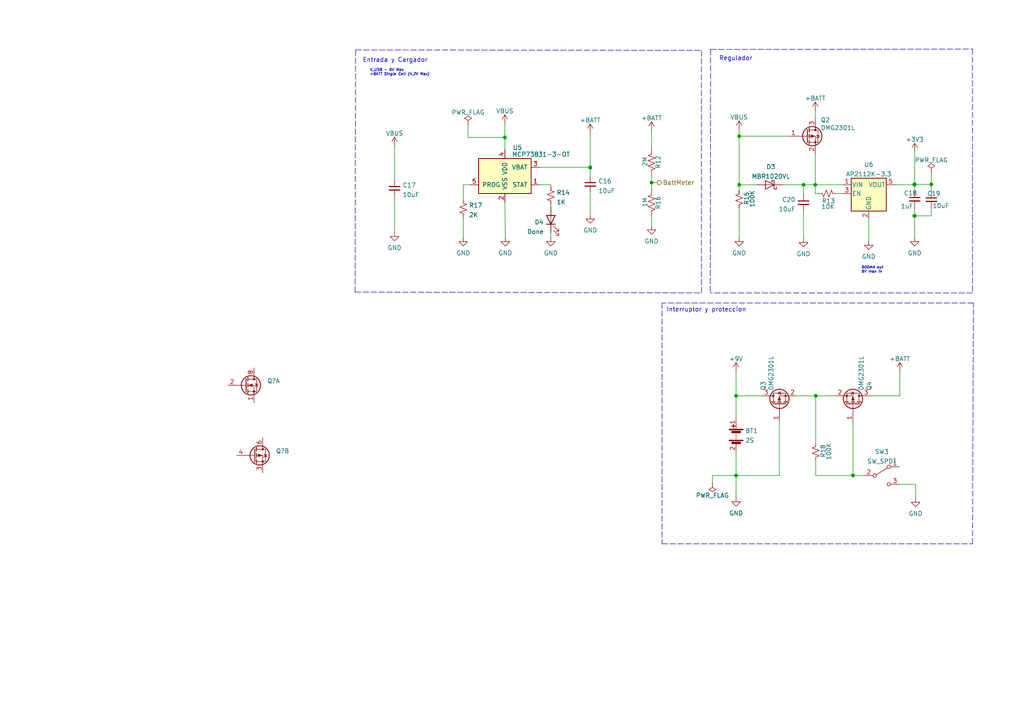
<source format=kicad_sch>
(kicad_sch (version 20211123) (generator eeschema)
  (paper "A4")
  (lib_symbols
    (symbol "Battery_Management:MCP73831-3-OT" (pin_names (offset 1.016))
      (property "Reference" "U" (at -7.62 6.35 0))
      (property "Value" "MCP73831-3-OT" (at 1.27 6.35 0))
      (symbol "MCP73831-3-OT_0_1"
        (rectangle (start -7.62 5.08) (end 7.62 -5.08) (stroke (width 0.254)) (fill (type background)))
      )
      (symbol "MCP73831-3-OT_1_1"
        (pin output line (at 10.16 -2.54 180) (length 2.54) (name "STAT") (number "1"))
        (pin power_in line (at 0 -7.62 90) (length 2.54) (name "VSS") (number "2"))
        (pin power_out line (at 10.16 2.54 180) (length 2.54) (name "VBAT") (number "3"))
        (pin power_in line (at 0 7.62 270) (length 2.54) (name "VDD") (number "4"))
        (pin input line (at -10.16 -2.54 0) (length 2.54) (name "PROG") (number "5"))
      )
    )
    (symbol "Device:Battery" (pin_names (offset 0) hide)
      (property "Reference" "BT" (at 2.54 2.54 0))
      (property "Value" "Battery" (at 2.54 0 0))
      (symbol "Battery_0_1"
        (rectangle (start -2.032 -1.397) (end 2.032 -1.651) (fill (type outline)))
        (rectangle (start -2.032 1.778) (end 2.032 1.524) (fill (type outline)))
        (rectangle (start -1.3208 -1.9812) (end 1.27 -2.4892) (fill (type outline)))
        (rectangle (start -1.3208 1.1938) (end 1.27 0.6858) (fill (type outline)))
        (polyline (pts (xy 0 -1.524) (xy 0 -1.27)))
        (polyline (pts (xy 0 -1.016) (xy 0 -0.762)))
        (polyline (pts (xy 0 -0.508) (xy 0 -0.254)))
        (polyline (pts (xy 0 0) (xy 0 0.254)))
        (polyline (pts (xy 0 0.508) (xy 0 0.762)))
        (polyline (pts (xy 0 1.778) (xy 0 2.54)))
        (polyline (pts (xy 0.254 2.667) (xy 1.27 2.667)) (stroke (width 0.254)))
        (polyline (pts (xy 0.762 3.175) (xy 0.762 2.159)) (stroke (width 0.254)))
      )
      (symbol "Battery_1_1"
        (pin passive line (at 0 5.08 270) (length 2.54) (name "+") (number "1"))
        (pin passive line (at 0 -5.08 90) (length 2.54) (name "-") (number "2"))
      )
    )
    (symbol "Device:C_Small" (pin_numbers hide) (pin_names (offset 0.254) hide)
      (property "Reference" "C" (at 0.254 1.778 0))
      (property "Value" "C_Small" (at 0.254 -2.032 0))
      (symbol "C_Small_0_1"
        (polyline (pts (xy -1.524 -0.508) (xy 1.524 -0.508)) (stroke (width 0.3302)))
        (polyline (pts (xy -1.524 0.508) (xy 1.524 0.508)) (stroke (width 0.3048)))
      )
      (symbol "C_Small_1_1"
        (pin passive line (at 0 2.54 270) (length 2.032) (name "~") (number "1"))
        (pin passive line (at 0 -2.54 90) (length 2.032) (name "~") (number "2"))
      )
    )
    (symbol "Device:LED" (pin_numbers hide) (pin_names (offset 1.016) hide)
      (property "Reference" "D" (at 0 2.54 0))
      (property "Value" "LED" (at 0 -2.54 0))
      (symbol "LED_0_1"
        (polyline (pts (xy -1.27 -1.27) (xy -1.27 1.27)) (stroke (width 0.254)))
        (polyline (pts (xy -1.27 0) (xy 1.27 0)))
        (polyline (pts (xy 1.27 -1.27) (xy 1.27 1.27) (xy -1.27 0) (xy 1.27 -1.27)) (stroke (width 0.254)))
        (polyline (pts (xy -3.048 -0.762) (xy -4.572 -2.286) (xy -3.81 -2.286) (xy -4.572 -2.286) (xy -4.572 -1.524)))
        (polyline (pts (xy -1.778 -0.762) (xy -3.302 -2.286) (xy -2.54 -2.286) (xy -3.302 -2.286) (xy -3.302 -1.524)))
      )
      (symbol "LED_1_1"
        (pin passive line (at -3.81 0 0) (length 2.54) (name "K") (number "1"))
        (pin passive line (at 3.81 0 180) (length 2.54) (name "A") (number "2"))
      )
    )
    (symbol "Device:R_Small_US" (pin_numbers hide) (pin_names (offset 0.254) hide)
      (property "Reference" "R" (at 0.762 0.508 0))
      (property "Value" "R_Small_US" (at 0.762 -1.016 0))
      (symbol "R_Small_US_1_1"
        (polyline (pts (xy 0 0) (xy 1.016 -0.381) (xy 0 -0.762) (xy -1.016 -1.143) (xy 0 -1.524)))
        (polyline (pts (xy 0 1.524) (xy 1.016 1.143) (xy 0 0.762) (xy -1.016 0.381) (xy 0 0)))
        (pin passive line (at 0 2.54 270) (length 1.016) (name "~") (number "1"))
        (pin passive line (at 0 -2.54 90) (length 1.016) (name "~") (number "2"))
      )
    )
    (symbol "Device:R_US" (pin_numbers hide) (pin_names (offset 0))
      (property "Reference" "R" (at 2.54 0 90))
      (property "Value" "R_US" (at -2.54 0 90))
      (symbol "R_US_0_1"
        (polyline (pts (xy 0 -2.286) (xy 0 -2.54)))
        (polyline (pts (xy 0 2.286) (xy 0 2.54)))
        (polyline (pts (xy 0 -0.762) (xy 1.016 -1.143) (xy 0 -1.524) (xy -1.016 -1.905) (xy 0 -2.286)))
        (polyline (pts (xy 0 0.762) (xy 1.016 0.381) (xy 0 0) (xy -1.016 -0.381) (xy 0 -0.762)))
        (polyline (pts (xy 0 2.286) (xy 1.016 1.905) (xy 0 1.524) (xy -1.016 1.143) (xy 0 0.762)))
      )
      (symbol "R_US_1_1"
        (pin passive line (at 0 3.81 270) (length 1.27) (name "~") (number "1"))
        (pin passive line (at 0 -3.81 90) (length 1.27) (name "~") (number "2"))
      )
    )
    (symbol "Diode:MBR1020VL" (pin_numbers hide) (pin_names hide)
      (property "Reference" "D" (at 0 2.54 0))
      (property "Value" "MBR1020VL" (at 0 -2.54 0))
      (symbol "MBR1020VL_0_1"
        (polyline (pts (xy 1.27 0) (xy -1.27 0)))
        (polyline (pts (xy 1.27 1.27) (xy 1.27 -1.27) (xy -1.27 0) (xy 1.27 1.27)) (stroke (width 0.2032)))
        (polyline (pts (xy -1.905 0.635) (xy -1.905 1.27) (xy -1.27 1.27) (xy -1.27 -1.27) (xy -0.635 -1.27) (xy -0.635 -0.635)) (stroke (width 0.2032)))
      )
      (symbol "MBR1020VL_1_1"
        (pin passive line (at -3.81 0 0) (length 2.54) (name "K") (number "1"))
        (pin passive line (at 3.81 0 180) (length 2.54) (name "A") (number "2"))
      )
    )
    (symbol "Regulator_Linear:AP2112K-3.3" (pin_names (offset 0.254))
      (property "Reference" "U" (at -5.08 5.715 0))
      (property "Value" "AP2112K-3.3" (at 0 5.715 0))
      (symbol "AP2112K-3.3_0_1"
        (rectangle (start -5.08 4.445) (end 5.08 -5.08) (stroke (width 0.254)) (fill (type background)))
      )
      (symbol "AP2112K-3.3_1_1"
        (pin power_in line (at -7.62 2.54 0) (length 2.54) (name "VIN") (number "1"))
        (pin power_in line (at 0 -7.62 90) (length 2.54) (name "GND") (number "2"))
        (pin input line (at -7.62 0 0) (length 2.54) (name "EN") (number "3"))
        (pin no_connect line (at 5.08 0 180) (length 2.54) hide (name "NC") (number "4"))
        (pin power_out line (at 7.62 2.54 180) (length 2.54) (name "VOUT") (number "5"))
      )
    )
    (symbol "Switch:SW_SPDT" (pin_names (offset 0) hide)
      (property "Reference" "SW" (at 0 4.318 0))
      (property "Value" "SW_SPDT" (at 0 -5.08 0))
      (symbol "SW_SPDT_0_0"
        (circle (center -2.032 0) (radius 0.508))
        (circle (center 2.032 -2.54) (radius 0.508))
      )
      (symbol "SW_SPDT_0_1"
        (polyline (pts (xy -1.524 0.254) (xy 1.651 2.286)))
        (circle (center 2.032 2.54) (radius 0.508))
      )
      (symbol "SW_SPDT_1_1"
        (pin passive line (at 5.08 2.54 180) (length 2.54) (name "A") (number "1"))
        (pin passive line (at -5.08 0 0) (length 2.54) (name "B") (number "2"))
        (pin passive line (at 5.08 -2.54 180) (length 2.54) (name "C") (number "3"))
      )
    )
    (symbol "Transistor_FET:DMG2301L" (pin_names hide)
      (property "Reference" "Q" (at 5.08 1.905 0))
      (property "Value" "DMG2301L" (at 5.08 0 0))
      (symbol "DMG2301L_0_1"
        (polyline (pts (xy 0.254 0) (xy -2.54 0)))
        (polyline (pts (xy 0.254 1.905) (xy 0.254 -1.905)) (stroke (width 0.254)))
        (polyline (pts (xy 0.762 -1.27) (xy 0.762 -2.286)) (stroke (width 0.254)))
        (polyline (pts (xy 0.762 0.508) (xy 0.762 -0.508)) (stroke (width 0.254)))
        (polyline (pts (xy 0.762 2.286) (xy 0.762 1.27)) (stroke (width 0.254)))
        (polyline (pts (xy 2.54 2.54) (xy 2.54 1.778)))
        (polyline (pts (xy 2.54 -2.54) (xy 2.54 0) (xy 0.762 0)))
        (polyline (pts (xy 0.762 1.778) (xy 3.302 1.778) (xy 3.302 -1.778) (xy 0.762 -1.778)))
        (polyline (pts (xy 2.286 0) (xy 1.27 0.381) (xy 1.27 -0.381) (xy 2.286 0)) (fill (type outline)))
        (polyline (pts (xy 2.794 -0.508) (xy 2.921 -0.381) (xy 3.683 -0.381) (xy 3.81 -0.254)))
        (polyline (pts (xy 3.302 -0.381) (xy 2.921 0.254) (xy 3.683 0.254) (xy 3.302 -0.381)))
        (circle (center 1.651 0) (radius 2.794) (stroke (width 0.254)))
        (circle (center 2.54 -1.778) (radius 0.254) (fill (type outline)))
        (circle (center 2.54 1.778) (radius 0.254) (fill (type outline)))
      )
      (symbol "DMG2301L_1_1"
        (pin input line (at -5.08 0 0) (length 2.54) (name "G") (number "1"))
        (pin passive line (at 2.54 -5.08 90) (length 2.54) (name "S") (number "2"))
        (pin passive line (at 2.54 5.08 270) (length 2.54) (name "D") (number "3"))
      )
    )
    (symbol "Transistor_FET:IRF7343PBF" (pin_names hide)
      (property "Reference" "Q" (at 5.08 1.905 0))
      (property "Value" "IRF7343PBF" (at 5.08 0 0))
      (symbol "IRF7343PBF_0_1"
        (polyline (pts (xy 0.254 0) (xy -2.54 0)))
        (polyline (pts (xy 0.254 1.905) (xy 0.254 -1.905)) (stroke (width 0.254)))
        (polyline (pts (xy 0.762 -1.27) (xy 0.762 -2.286)) (stroke (width 0.254)))
        (polyline (pts (xy 0.762 0.508) (xy 0.762 -0.508)) (stroke (width 0.254)))
        (polyline (pts (xy 0.762 2.286) (xy 0.762 1.27)) (stroke (width 0.254)))
        (polyline (pts (xy 2.54 2.54) (xy 2.54 1.778)))
        (polyline (pts (xy 2.54 -2.54) (xy 2.54 0) (xy 0.762 0)))
        (polyline (pts (xy 0.762 -1.778) (xy 3.302 -1.778) (xy 3.302 1.778) (xy 0.762 1.778)))
        (circle (center 1.651 0) (radius 2.794) (stroke (width 0.254)))
        (circle (center 2.54 -1.778) (radius 0.254) (fill (type outline)))
        (circle (center 2.54 1.778) (radius 0.254) (fill (type outline)))
      )
      (symbol "IRF7343PBF_1_1"
        (polyline (pts (xy 1.016 0) (xy 2.032 0.381) (xy 2.032 -0.381) (xy 1.016 0)) (fill (type outline)))
        (polyline (pts (xy 2.794 0.508) (xy 2.921 0.381) (xy 3.683 0.381) (xy 3.81 0.254)))
        (polyline (pts (xy 3.302 0.381) (xy 2.921 -0.254) (xy 3.683 -0.254) (xy 3.302 0.381)))
        (pin passive line (at 2.54 -5.08 90) (length 2.54) (name "S") (number "1"))
        (pin input line (at -5.08 0 0) (length 2.54) (name "G") (number "2"))
        (pin passive line (at 2.54 5.08 270) (length 2.54) hide (name "D") (number "7"))
        (pin passive line (at 2.54 5.08 270) (length 2.54) (name "D") (number "8"))
      )
      (symbol "IRF7343PBF_2_1"
        (polyline (pts (xy 2.286 0) (xy 1.27 0.381) (xy 1.27 -0.381) (xy 2.286 0)) (fill (type outline)))
        (polyline (pts (xy 2.794 -0.508) (xy 2.921 -0.381) (xy 3.683 -0.381) (xy 3.81 -0.254)))
        (polyline (pts (xy 3.302 -0.381) (xy 2.921 0.254) (xy 3.683 0.254) (xy 3.302 -0.381)))
        (pin passive line (at 2.54 -5.08 90) (length 2.54) (name "1") (number "3"))
        (pin input line (at -5.08 0 0) (length 2.54) (name "G") (number "4"))
        (pin passive line (at 2.54 5.08 270) (length 2.54) hide (name "D") (number "5"))
        (pin passive line (at 2.54 5.08 270) (length 2.54) (name "D") (number "6"))
      )
    )
    (symbol "power:+3.3V" (power) (pin_names (offset 0))
      (property "Value" "+3.3V" (at 0 3.556 0))
      (symbol "+3.3V_0_1"
        (polyline (pts (xy -0.762 1.27) (xy 0 2.54)))
        (polyline (pts (xy 0 0) (xy 0 2.54)))
        (polyline (pts (xy 0 2.54) (xy 0.762 1.27)))
      )
      (symbol "+3.3V_1_1"
        (pin power_in line (at 0 0 90) (length 0) hide (name "+3V3") (number "1"))
      )
    )
    (symbol "power:+9V" (power) (pin_names (offset 0))
      (property "Value" "+9V" (at 0 3.556 0))
      (symbol "+9V_0_1"
        (polyline (pts (xy -0.762 1.27) (xy 0 2.54)))
        (polyline (pts (xy 0 0) (xy 0 2.54)))
        (polyline (pts (xy 0 2.54) (xy 0.762 1.27)))
      )
      (symbol "+9V_1_1"
        (pin power_in line (at 0 0 90) (length 0) hide (name "+9V") (number "1"))
      )
    )
    (symbol "power:+BATT" (power) (pin_names (offset 0))
      (property "Value" "+BATT" (at 0 3.556 0))
      (symbol "+BATT_0_1"
        (polyline (pts (xy -0.762 1.27) (xy 0 2.54)))
        (polyline (pts (xy 0 0) (xy 0 2.54)))
        (polyline (pts (xy 0 2.54) (xy 0.762 1.27)))
      )
      (symbol "+BATT_1_1"
        (pin power_in line (at 0 0 90) (length 0) hide (name "+BATT") (number "1"))
      )
    )
    (symbol "power:GND" (power) (pin_names (offset 0))
      (property "Value" "GND" (at 0 -3.81 0))
      (symbol "GND_0_1"
        (polyline (pts (xy 0 0) (xy 0 -1.27) (xy 1.27 -1.27) (xy 0 -2.54) (xy -1.27 -1.27) (xy 0 -1.27)))
      )
      (symbol "GND_1_1"
        (pin power_in line (at 0 0 270) (length 0) hide (name "GND") (number "1"))
      )
    )
    (symbol "power:PWR_FLAG" (power) (pin_numbers hide) (pin_names (offset 0) hide)
      (property "Value" "PWR_FLAG" (at 0 3.81 0))
      (symbol "PWR_FLAG_0_0"
        (pin power_out line (at 0 0 90) (length 0) (name "pwr") (number "1"))
      )
      (symbol "PWR_FLAG_0_1"
        (polyline (pts (xy 0 0) (xy 0 1.27) (xy -1.016 1.905) (xy 0 2.54) (xy 1.016 1.905) (xy 0 1.27)))
      )
    )
    (symbol "power:VBUS" (power) (pin_names (offset 0))
      (property "Value" "VBUS" (at 0 3.81 0))
      (symbol "VBUS_0_1"
        (polyline (pts (xy -0.762 1.27) (xy 0 2.54)))
        (polyline (pts (xy 0 0) (xy 0 2.54)))
        (polyline (pts (xy 0 2.54) (xy 0.762 1.27)))
      )
      (symbol "VBUS_1_1"
        (pin power_in line (at 0 0 90) (length 0) hide (name "VBUS") (number "1"))
      )
    )
  )
  (junction (at 213.487 137.922))
  (junction (at 270.129 53.467))
  (junction (at 214.376 39.497))
  (junction (at 265.303 53.594))
  (junction (at 214.376 53.594))
  (junction (at 213.487 114.808))
  (junction (at 247.396 137.922))
  (junction (at 146.431 39.878))
  (junction (at 265.303 53.467))
  (junction (at 171.196 48.641))
  (junction (at 236.601 114.808))
  (junction (at 233.045 53.594))
  (junction (at 171.196 48.514))
  (junction (at 265.176 53.467))
  (junction (at 236.474 53.594))
  (junction (at 265.176 62.611))
  (junction (at 265.303 62.611))
  (junction (at 188.976 52.959))
  (wire (pts (xy 270.129 55.372) (xy 270.129 53.467)))
  (wire (pts (xy 233.045 53.594) (xy 236.474 53.594)))
  (wire (pts (xy 242.57 56.134) (xy 244.348 56.134)))
  (wire (pts (xy 213.487 137.922) (xy 213.487 144.272)))
  (polyline (pts (xy 103.124 14.478) (xy 203.454 14.605)))
  (wire (pts (xy 135.763 39.878) (xy 146.431 39.878)))
  (wire (pts (xy 213.487 114.808) (xy 213.487 121.158)))
  (wire (pts (xy 159.766 67.564) (xy 159.766 68.834)))
  (wire (pts (xy 171.196 48.641) (xy 171.196 50.927)))
  (polyline (pts (xy 206.121 14.351) (xy 282.067 14.224)))
  (wire (pts (xy 188.976 62.611) (xy 188.976 65.405)))
  (wire (pts (xy 206.629 137.922) (xy 206.629 140.081)))
  (wire (pts (xy 265.303 60.325) (xy 265.303 62.611)))
  (wire (pts (xy 159.766 53.594) (xy 159.766 54.229)))
  (wire (pts (xy 270.129 50.038) (xy 270.129 53.467)))
  (polyline (pts (xy 282.067 84.963) (xy 205.994 84.963)))
  (wire (pts (xy 171.196 48.641) (xy 171.196 48.514)))
  (polyline (pts (xy 103.124 14.478) (xy 102.997 84.709)))
  (polyline (pts (xy 282.321 87.884) (xy 192.024 87.884)))
  (wire (pts (xy 226.06 122.428) (xy 226.06 137.922)))
  (wire (pts (xy 270.129 53.467) (xy 265.303 53.467)))
  (wire (pts (xy 114.427 42.291) (xy 114.427 52.07)))
  (wire (pts (xy 214.376 53.594) (xy 214.376 55.245)))
  (polyline (pts (xy 203.454 84.963) (xy 203.454 14.605)))
  (wire (pts (xy 206.629 137.922) (xy 213.487 137.922)))
  (polyline (pts (xy 206.121 14.351) (xy 205.994 84.963)))
  (wire (pts (xy 265.303 62.611) (xy 265.303 68.834)))
  (wire (pts (xy 159.766 59.309) (xy 159.766 59.944)))
  (wire (pts (xy 236.474 53.594) (xy 244.348 53.594)))
  (wire (pts (xy 260.985 107.696) (xy 260.985 114.808)))
  (wire (pts (xy 136.271 53.594) (xy 134.366 53.594)))
  (wire (pts (xy 251.968 63.754) (xy 251.968 69.85)))
  (wire (pts (xy 135.763 36.195) (xy 135.763 39.878)))
  (wire (pts (xy 247.396 122.428) (xy 247.396 137.922)))
  (wire (pts (xy 114.427 57.15) (xy 114.427 67.31)))
  (wire (pts (xy 156.591 53.594) (xy 159.766 53.594)))
  (wire (pts (xy 270.129 60.452) (xy 270.129 62.611)))
  (wire (pts (xy 236.474 56.134) (xy 236.474 53.594)))
  (wire (pts (xy 236.601 114.808) (xy 236.601 128.524)))
  (wire (pts (xy 188.976 50.8) (xy 188.976 52.959)))
  (polyline (pts (xy 102.997 84.709) (xy 203.454 84.963)))
  (wire (pts (xy 171.196 56.007) (xy 171.196 62.23)))
  (wire (pts (xy 228.854 39.497) (xy 214.376 39.497)))
  (wire (pts (xy 265.176 53.467) (xy 265.303 53.467)))
  (wire (pts (xy 227.076 53.594) (xy 233.045 53.594)))
  (wire (pts (xy 233.045 53.594) (xy 233.045 56.261)))
  (wire (pts (xy 250.698 137.922) (xy 247.396 137.922)))
  (polyline (pts (xy 192.024 87.884) (xy 192.024 157.734)))
  (wire (pts (xy 247.396 137.922) (xy 236.601 137.922)))
  (wire (pts (xy 265.557 140.462) (xy 260.858 140.462)))
  (wire (pts (xy 213.487 114.808) (xy 220.98 114.808)))
  (wire (pts (xy 265.303 53.467) (xy 265.303 53.594)))
  (polyline (pts (xy 282.067 14.224) (xy 282.067 84.963)))
  (wire (pts (xy 233.045 61.341) (xy 233.045 69.088)))
  (wire (pts (xy 226.06 137.922) (xy 213.487 137.922)))
  (wire (pts (xy 171.196 48.514) (xy 171.196 38.481)))
  (wire (pts (xy 188.976 52.959) (xy 188.976 54.991)))
  (wire (pts (xy 134.366 53.594) (xy 134.366 57.912)))
  (polyline (pts (xy 192.024 157.734) (xy 282.067 157.734)))
  (wire (pts (xy 188.976 52.959) (xy 190.754 52.959)))
  (wire (pts (xy 265.303 53.594) (xy 265.303 55.245)))
  (wire (pts (xy 214.376 60.325) (xy 214.376 68.834)))
  (wire (pts (xy 260.985 114.808) (xy 252.476 114.808)))
  (wire (pts (xy 214.376 37.592) (xy 214.376 39.497)))
  (wire (pts (xy 146.431 58.674) (xy 146.558 68.834)))
  (wire (pts (xy 242.316 114.808) (xy 236.601 114.808)))
  (wire (pts (xy 213.487 131.318) (xy 213.487 137.922)))
  (wire (pts (xy 236.474 44.577) (xy 236.474 53.594)))
  (wire (pts (xy 236.601 114.808) (xy 231.14 114.808)))
  (polyline (pts (xy 282.067 157.734) (xy 282.321 87.884)))
  (wire (pts (xy 146.431 39.878) (xy 146.431 43.434)))
  (wire (pts (xy 213.487 107.696) (xy 213.487 114.808)))
  (wire (pts (xy 156.591 48.514) (xy 171.196 48.514)))
  (wire (pts (xy 265.557 144.399) (xy 265.557 140.462)))
  (wire (pts (xy 236.474 32.131) (xy 236.474 34.417)))
  (wire (pts (xy 188.976 37.846) (xy 188.976 43.18)))
  (wire (pts (xy 265.176 62.611) (xy 265.303 62.611)))
  (wire (pts (xy 259.588 53.594) (xy 265.303 53.594)))
  (wire (pts (xy 214.376 39.497) (xy 214.376 53.594)))
  (wire (pts (xy 236.601 137.922) (xy 236.601 133.604)))
  (wire (pts (xy 237.49 56.134) (xy 236.474 56.134)))
  (wire (pts (xy 134.366 62.992) (xy 134.366 68.834)))
  (wire (pts (xy 146.431 35.814) (xy 146.431 39.878)))
  (wire (pts (xy 265.303 44.069) (xy 265.303 53.467)))
  (wire (pts (xy 214.376 53.594) (xy 219.456 53.594)))
  (wire (pts (xy 270.129 62.611) (xy 265.303 62.611)))
  (text "Entrada y Cargador\n" (at 105.156 18.288 0) (effects (font (size 1.27 1.27)) (justify left bottom)))
  (text "V_USB - 6V Max\n+BATT Single Cell (4,2V Max)" (at 107.188 22.098 0) (effects (font (size 0.762 0.762) italic) (justify left bottom)))
  (text "600mA out\n6V max in\n" (at 249.809 79.375 0) (effects (font (size 0.762 0.762) italic) (justify left bottom)))
  (text "Regulador\n" (at 208.534 17.78 0) (effects (font (size 1.27 1.27)) (justify left bottom)))
  (text "Interruptor y proteccion\n" (at 193.294 90.678 0) (effects (font (size 1.27 1.27)) (justify left bottom)))
  (hierarchical_label "BattMeter" (shape output) (at 190.754 52.959 0))
  (symbol (lib_id "Device:R_US") (at 188.976 58.801 0) (mirror x) (unit 1)
    (property "Reference" "R16" (at 190.881 58.801 90))
    (property "Value" "1M" (at 187.071 58.674 90))
    (property "Footprint" "Resistor_SMD:R_0805_2012Metric" (effects hide))
  )
  (symbol (lib_id "Device:R_Small_US") (at 214.376 57.785 0) (mirror x) (unit 1)
    (property "Reference" "R15" (at 216.535 57.531 90))
    (property "Value" "100K" (at 218.186 57.658 90))
    (property "Footprint" "Resistor_SMD:R_0805_2012Metric" (effects hide))
  )
  (symbol (lib_id "power:PWR_FLAG") (at 270.129 50.038 0) (unit 1)
    (property "Reference" "#FLG02" (effects hide))
    (property "Value" "PWR_FLAG" (at 270.129 46.4335 0))
  )
  (symbol (lib_id "power:GND") (at 251.968 69.85 0) (mirror y) (unit 1)
    (property "Reference" "#PWR053" (effects hide))
    (property "Value" "GND" (at 251.968 74.4125 0))
  )
  (symbol (lib_id "power:+BATT") (at 236.474 32.131 0) (mirror y) (unit 1)
    (property "Reference" "#PWR037" (effects hide))
    (property "Value" "+BATT" (at 236.474 28.5265 0))
  )
  (symbol (lib_id "power:+BATT") (at 171.196 38.481 0) (unit 1)
    (property "Reference" "#PWR041" (effects hide))
    (property "Value" "+BATT" (at 171.196 34.8765 0))
  )
  (symbol (lib_id "power:+3.3V") (at 265.303 44.069 0) (unit 1)
    (property "Reference" "#PWR043" (effects hide))
    (property "Value" "+3.3V" (at 265.303 40.4645 0))
  )
  (symbol (lib_id "Transistor_FET:DMG2301L") (at 247.396 117.348 270) (mirror x) (unit 1)
    (property "Reference" "Q4" (at 252.095 113.284 0) (effects (justify left)))
    (property "Value" "DMG2301L" (at 249.809 113.284 0) (effects (justify left)))
    (property "Footprint" "Package_TO_SOT_SMD:SOT-23" (effects hide))
    (property "Datasheet" "https://www.diodes.com/assets/Datasheets/DMG2301L.pdf" (effects hide))
  )
  (symbol (lib_id "power:GND") (at 159.766 68.834 0) (unit 1)
    (property "Reference" "#PWR049" (effects hide))
    (property "Value" "GND" (at 159.766 73.3965 0))
  )
  (symbol (lib_id "power:PWR_FLAG") (at 135.763 36.195 0) (mirror y) (unit 1)
    (property "Reference" "#FLG01" (effects hide))
    (property "Value" "PWR_FLAG" (at 135.763 32.5905 0))
  )
  (symbol (lib_id "Battery_Management:MCP73831-3-OT") (at 146.431 51.054 0) (unit 1)
    (property "Reference" "U5" (at 148.717 42.799 0) (effects (justify left)))
    (property "Value" "MCP73831-3-OT" (at 148.4504 44.7826 0) (effects (justify left)))
    (property "Footprint" "Package_TO_SOT_SMD:SOT-23-5" (effects hide))
    (property "Datasheet" "http://ww1.microchip.com/downloads/en/DeviceDoc/20001984g.pdf" (effects hide))
  )
  (symbol (lib_id "power:GND") (at 188.976 65.405 0) (mirror y) (unit 1)
    (property "Reference" "#PWR045" (effects hide))
    (property "Value" "GND" (at 188.976 69.9675 0))
  )
  (symbol (lib_id "Transistor_FET:IRF7343PBF") (at 71.12 111.76 0) (unit 1)
    (property "Reference" "Q?" (at 77.47 110.4899 0) (effects (justify left)))
    (property "Datasheet" "http://www.irf.com/product-info/datasheets/data/irf7343ipbf.pdf" (effects hide))
  )
  (symbol (lib_id "Device:R_Small_US") (at 159.766 56.769 0) (unit 1)
    (property "Reference" "R14" (at 161.417 55.8605 0) (effects (justify left)))
    (property "Value" "1K" (at 161.417 58.6356 0) (effects (justify left)))
    (property "Footprint" "Resistor_SMD:R_0805_2012Metric" (effects hide))
  )
  (symbol (lib_id "power:GND") (at 213.487 144.272 0) (unit 1)
    (property "Reference" "#PWR056" (effects hide))
    (property "Value" "GND" (at 213.487 148.8345 0))
  )
  (symbol (lib_id "power:GND") (at 146.558 68.834 0) (unit 1)
    (property "Reference" "#PWR048" (effects hide))
    (property "Value" "GND" (at 146.558 73.3965 0))
  )
  (symbol (lib_id "Device:LED") (at 159.766 63.754 90) (unit 1)
    (property "Reference" "D4" (at 157.734 64.433 90) (effects (justify left)))
    (property "Value" "Done" (at 157.734 67.2081 90) (effects (justify left)))
    (property "Footprint" "LED_SMD:LED_0805_2012Metric_Pad1.15x1.40mm_HandSolder" (effects hide))
  )
  (symbol (lib_id "Device:C_Small") (at 114.427 54.61 0) (unit 1)
    (property "Reference" "C17" (at 116.7511 53.7078 0) (effects (justify left)))
    (property "Value" "10uF" (at 116.7511 56.4829 0) (effects (justify left)))
    (property "Footprint" "Capacitor_SMD:C_0805_2012Metric" (effects hide))
  )
  (symbol (lib_id "power:GND") (at 233.045 69.088 0) (mirror y) (unit 1)
    (property "Reference" "#PWR052" (effects hide))
    (property "Value" "GND" (at 233.045 73.6505 0))
  )
  (symbol (lib_id "power:VBUS") (at 114.427 42.291 0) (unit 1)
    (property "Reference" "#PWR042" (effects hide))
    (property "Value" "VBUS" (at 114.427 38.6865 0))
  )
  (symbol (lib_id "power:VBUS") (at 146.431 35.814 0) (unit 1)
    (property "Reference" "#PWR038" (effects hide))
    (property "Value" "VBUS" (at 146.431 32.2095 0))
  )
  (symbol (lib_id "Transistor_FET:IRF7343PBF") (at 73.66 132.08 0) (unit 2)
    (property "Reference" "Q?" (at 80.01 130.8099 0) (effects (justify left)))
    (property "Datasheet" "http://www.irf.com/product-info/datasheets/data/irf7343ipbf.pdf" (effects hide))
  )
  (symbol (lib_id "power:GND") (at 171.196 62.23 0) (unit 1)
    (property "Reference" "#PWR044" (effects hide))
    (property "Value" "GND" (at 171.196 66.7925 0))
  )
  (symbol (lib_id "Device:C_Small") (at 171.196 53.467 0) (unit 1)
    (property "Reference" "C16" (at 173.5201 52.5648 0) (effects (justify left)))
    (property "Value" "10uF" (at 173.5201 55.3399 0) (effects (justify left)))
    (property "Footprint" "Capacitor_SMD:C_0805_2012Metric" (effects hide))
  )
  (symbol (lib_id "Diode:MBR1020VL") (at 223.266 53.594 180) (unit 1)
    (property "Reference" "D3" (at 223.5835 48.3829 0))
    (property "Value" "MBR1020VL" (at 223.5835 51.158 0))
    (property "Footprint" "Diode_SMD:D_SOD-123F" (effects hide))
    (property "Datasheet" "https://www.onsemi.com/pub/Collateral/MBR1020VL-D.PDF" (effects hide))
  )
  (symbol (lib_id "power:GND") (at 214.376 68.834 0) (mirror y) (unit 1)
    (property "Reference" "#PWR050" (effects hide))
    (property "Value" "GND" (at 214.376 73.3965 0))
  )
  (symbol (lib_id "Device:R_Small_US") (at 240.03 56.134 90) (mirror x) (unit 1)
    (property "Reference" "R13" (at 240.284 58.293 90))
    (property "Value" "10K" (at 240.157 59.944 90))
    (property "Footprint" "Resistor_SMD:R_0805_2012Metric" (effects hide))
  )
  (symbol (lib_id "power:GND") (at 134.366 68.834 0) (unit 1)
    (property "Reference" "#PWR047" (effects hide))
    (property "Value" "GND" (at 134.366 73.3965 0))
  )
  (symbol (lib_id "Transistor_FET:DMG2301L") (at 233.934 39.497 0) (unit 1)
    (property "Reference" "Q2" (at 237.998 34.798 0) (effects (justify left)))
    (property "Value" "DMG2301L" (at 237.998 37.084 0) (effects (justify left)))
    (property "Footprint" "Package_TO_SOT_SMD:SOT-23" (effects hide))
    (property "Datasheet" "https://www.diodes.com/assets/Datasheets/DMG2301L.pdf" (effects hide))
  )
  (symbol (lib_id "Device:R_Small_US") (at 236.601 131.064 0) (mirror x) (unit 1)
    (property "Reference" "R18" (at 238.76 130.81 90))
    (property "Value" "100K" (at 240.411 130.937 90))
    (property "Footprint" "Resistor_SMD:R_0805_2012Metric" (effects hide))
  )
  (symbol (lib_id "power:VBUS") (at 214.376 37.592 0) (mirror y) (unit 1)
    (property "Reference" "#PWR039" (effects hide))
    (property "Value" "VBUS" (at 214.376 33.9875 0))
  )
  (symbol (lib_id "Device:C_Small") (at 265.303 57.785 0) (mirror y) (unit 1)
    (property "Reference" "C18" (at 262.128 56.007 0) (effects (justify right)))
    (property "Value" "1uF" (at 261.239 59.817 0) (effects (justify right)))
    (property "Footprint" "Capacitor_SMD:C_0805_2012Metric" (effects hide))
  )
  (symbol (lib_id "Device:R_US") (at 188.976 46.99 0) (mirror x) (unit 1)
    (property "Reference" "R12" (at 190.881 46.99 90))
    (property "Value" "2M" (at 187.071 46.863 90))
    (property "Footprint" "Resistor_SMD:R_0805_2012Metric" (effects hide))
  )
  (symbol (lib_id "Device:C_Small") (at 233.045 58.801 0) (mirror y) (unit 1)
    (property "Reference" "C20" (at 230.7209 57.8988 0) (effects (justify left)))
    (property "Value" "10uF" (at 230.7209 60.6739 0) (effects (justify left)))
    (property "Footprint" "Capacitor_SMD:C_0805_2012Metric" (effects hide))
  )
  (symbol (lib_id "power:PWR_FLAG") (at 206.629 140.081 0) (mirror x) (unit 1)
    (property "Reference" "#FLG03" (effects hide))
    (property "Value" "PWR_FLAG" (at 206.629 143.6855 0))
  )
  (symbol (lib_id "power:GND") (at 114.427 67.31 0) (unit 1)
    (property "Reference" "#PWR046" (effects hide))
    (property "Value" "GND" (at 114.427 71.8725 0))
  )
  (symbol (lib_id "power:+9V") (at 213.487 107.696 0) (unit 1)
    (property "Reference" "#PWR054" (effects hide))
    (property "Value" "+9V" (at 213.487 104.0915 0))
  )
  (symbol (lib_id "Transistor_FET:DMG2301L") (at 226.06 117.348 90) (unit 1)
    (property "Reference" "Q3" (at 221.361 113.284 0) (effects (justify left)))
    (property "Value" "DMG2301L" (at 223.647 113.284 0) (effects (justify left)))
    (property "Footprint" "Package_TO_SOT_SMD:SOT-23" (effects hide))
    (property "Datasheet" "https://www.diodes.com/assets/Datasheets/DMG2301L.pdf" (effects hide))
  )
  (symbol (lib_id "power:GND") (at 265.303 68.834 0) (mirror y) (unit 1)
    (property "Reference" "#PWR051" (effects hide))
    (property "Value" "GND" (at 265.303 73.3965 0))
  )
  (symbol (lib_id "Regulator_Linear:AP2112K-3.3") (at 251.968 56.134 0) (unit 1)
    (property "Reference" "U6" (at 251.968 47.7225 0))
    (property "Value" "AP2112K-3.3" (at 251.968 50.4976 0))
    (property "Footprint" "Package_TO_SOT_SMD:SOT-23-5" (effects hide))
    (property "Datasheet" "https://www.diodes.com/assets/Datasheets/AP2112.pdf" (effects hide))
  )
  (symbol (lib_id "Device:C_Small") (at 270.129 57.912 0) (mirror y) (unit 1)
    (property "Reference" "C19" (at 272.796 56.134 0) (effects (justify left)))
    (property "Value" "10uF" (at 275.336 59.69 0) (effects (justify left)))
    (property "Footprint" "Capacitor_SMD:C_0805_2012Metric" (effects hide))
  )
  (symbol (lib_id "Switch:SW_SPDT") (at 255.778 137.922 0) (unit 1)
    (property "Reference" "SW3" (at 255.778 131.0345 0))
    (property "Value" "SW_SPDT" (at 255.778 133.8096 0))
    (property "Footprint" "Button_Switch_SMD:SW_SPDT_PCM12" (effects hide))
  )
  (symbol (lib_id "Device:R_Small_US") (at 134.366 60.452 0) (unit 1)
    (property "Reference" "R17" (at 136.017 59.5435 0) (effects (justify left)))
    (property "Value" "2K" (at 136.017 62.3186 0) (effects (justify left)))
    (property "Footprint" "Resistor_SMD:R_0805_2012Metric" (effects hide))
  )
  (symbol (lib_id "Device:Battery") (at 213.487 126.238 0) (mirror y) (unit 1)
    (property "Reference" "BT1" (at 216.154 124.9485 0) (effects (justify right)))
    (property "Value" "2S" (at 216.154 127.7236 0) (effects (justify right)))
    (property "Footprint" "Connector_Molex:Molex_Micro-Latch_53253-0270_1x02_P2.00mm_Vertical" (effects hide))
  )
  (symbol (lib_id "power:GND") (at 265.557 144.399 0) (unit 1)
    (property "Reference" "#PWR057" (effects hide))
    (property "Value" "GND" (at 265.557 148.9615 0))
  )
  (symbol (lib_id "power:+BATT") (at 260.985 107.696 0) (unit 1)
    (property "Reference" "#PWR055" (effects hide))
    (property "Value" "+BATT" (at 260.985 104.0915 0))
  )
  (symbol (lib_id "power:+BATT") (at 188.976 37.846 0) (unit 1)
    (property "Reference" "#PWR040" (effects hide))
    (property "Value" "+BATT" (at 188.976 34.2415 0))
  )
)
</source>
